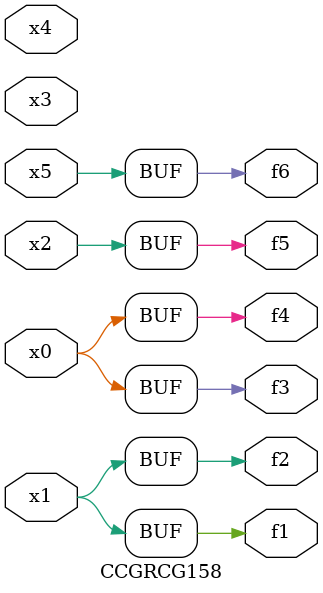
<source format=v>
module CCGRCG158(
	input x0, x1, x2, x3, x4, x5,
	output f1, f2, f3, f4, f5, f6
);
	assign f1 = x1;
	assign f2 = x1;
	assign f3 = x0;
	assign f4 = x0;
	assign f5 = x2;
	assign f6 = x5;
endmodule

</source>
